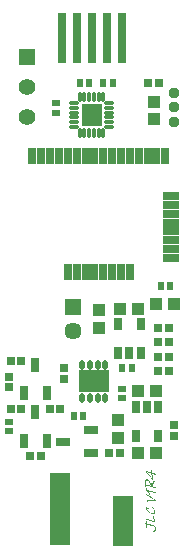
<source format=gts>
G04*
G04 #@! TF.GenerationSoftware,Altium Limited,Altium Designer,21.0.8 (223)*
G04*
G04 Layer_Color=8388736*
%FSLAX24Y24*%
%MOIN*%
G70*
G04*
G04 #@! TF.SameCoordinates,0C60853F-5807-4D95-8285-97C70BD38C20*
G04*
G04*
G04 #@! TF.FilePolarity,Negative*
G04*
G01*
G75*
%ADD37C,0.0375*%
%ADD38R,0.0671X0.1655*%
%ADD39R,0.0671X0.2442*%
%ADD40R,0.0316X0.0474*%
%ADD41R,0.0474X0.0316*%
%ADD42O,0.0316X0.0159*%
%ADD43O,0.0159X0.0316*%
%ADD44R,0.0686X0.0749*%
%ADD45R,0.0297X0.0297*%
%ADD46R,0.0297X0.0297*%
%ADD47R,0.0395X0.0395*%
%ADD48R,0.0395X0.0395*%
%ADD49R,0.0297X0.0415*%
%ADD50R,0.0237X0.0277*%
%ADD51R,0.1025X0.0730*%
%ADD52O,0.0198X0.0316*%
%ADD53R,0.0277X0.0237*%
%ADD54R,0.0316X0.1655*%
%ADD55R,0.0277X0.0552*%
%ADD56R,0.0552X0.0277*%
%ADD57C,0.0552*%
%ADD58R,0.0552X0.0552*%
%ADD59R,0.0572X0.0572*%
%ADD60C,0.0572*%
%ADD61C,0.0237*%
G36*
X1991Y2477D02*
X1992Y2476D01*
X1993Y2476D01*
X1995Y2475D01*
X1997Y2474D01*
X2000Y2472D01*
X2002Y2469D01*
X2004Y2467D01*
X2006Y2463D01*
X2006Y2463D01*
X2007Y2461D01*
X2008Y2459D01*
X2008Y2456D01*
X2009Y2452D01*
X2010Y2447D01*
X2011Y2441D01*
X2012Y2435D01*
X2016Y2397D01*
X2017Y2386D01*
X2018D01*
X2019Y2386D01*
X2022Y2385D01*
X2025Y2384D01*
X2029Y2383D01*
X2033Y2382D01*
X2039Y2381D01*
X2044Y2380D01*
X2051Y2378D01*
X2058Y2377D01*
X2065Y2375D01*
X2072Y2374D01*
X2088Y2371D01*
X2104Y2369D01*
X2104D01*
X2104D01*
X2106Y2369D01*
X2107Y2369D01*
X2110Y2368D01*
X2114Y2367D01*
X2118Y2367D01*
X2122Y2366D01*
X2125Y2365D01*
X2127Y2365D01*
X2127Y2364D01*
X2128D01*
X2129Y2364D01*
X2130Y2363D01*
X2132Y2362D01*
X2134Y2361D01*
X2136Y2359D01*
X2138Y2356D01*
X2141Y2353D01*
X2141Y2353D01*
X2141Y2352D01*
X2142Y2350D01*
X2143Y2348D01*
X2144Y2345D01*
X2145Y2342D01*
X2146Y2339D01*
X2146Y2335D01*
Y2335D01*
X2146Y2333D01*
X2145Y2332D01*
X2144Y2331D01*
X2143Y2330D01*
X2142Y2329D01*
X2140Y2328D01*
X2138Y2328D01*
X2135Y2327D01*
X2131Y2327D01*
X2127D01*
X2123D01*
X2117Y2327D01*
X2111Y2328D01*
X2111D01*
X2110Y2328D01*
X2108Y2329D01*
X2105Y2330D01*
X2101Y2330D01*
X2097Y2331D01*
X2093Y2332D01*
X2087Y2333D01*
X2081Y2335D01*
X2074Y2336D01*
X2067Y2338D01*
X2059Y2340D01*
X2051Y2342D01*
X2042Y2345D01*
X2033Y2347D01*
X2023Y2350D01*
Y2349D01*
X2023Y2348D01*
X2024Y2347D01*
X2024Y2346D01*
X2024Y2344D01*
X2025Y2342D01*
X2025Y2340D01*
X2026Y2337D01*
X2027Y2334D01*
X2027Y2331D01*
X2028Y2327D01*
X2029Y2323D01*
X2030Y2318D01*
X2031Y2313D01*
Y2312D01*
X2032Y2311D01*
X2032Y2310D01*
X2032Y2308D01*
X2033Y2305D01*
X2033Y2302D01*
X2034Y2298D01*
X2035Y2295D01*
X2036Y2290D01*
X2037Y2286D01*
X2039Y2277D01*
X2041Y2267D01*
X2044Y2257D01*
Y2256D01*
X2044Y2256D01*
X2044Y2254D01*
X2044Y2253D01*
X2045Y2251D01*
X2046Y2248D01*
X2046Y2245D01*
X2047Y2242D01*
X2048Y2239D01*
X2049Y2235D01*
X2050Y2227D01*
X2052Y2218D01*
X2054Y2209D01*
X2056Y2200D01*
X2058Y2191D01*
X2060Y2183D01*
X2061Y2174D01*
X2062Y2171D01*
X2063Y2167D01*
X2063Y2164D01*
X2064Y2161D01*
X2064Y2159D01*
X2064Y2156D01*
X2065Y2155D01*
Y2153D01*
X2064Y2152D01*
X2064Y2150D01*
X2063Y2149D01*
X2062Y2147D01*
X2061Y2145D01*
X2058Y2143D01*
X2058Y2143D01*
X2057Y2142D01*
X2056Y2142D01*
X2054Y2141D01*
X2052Y2140D01*
X2050Y2140D01*
X2048D01*
X2045Y2141D01*
X2045D01*
X2044Y2141D01*
X2042Y2142D01*
X2041Y2143D01*
X2039Y2144D01*
X2037Y2146D01*
X2035Y2148D01*
X2032Y2151D01*
Y2151D01*
X2032Y2152D01*
X2031Y2152D01*
X2030Y2154D01*
X2029Y2155D01*
X2028Y2157D01*
X2026Y2160D01*
X2024Y2163D01*
X2021Y2167D01*
X2018Y2171D01*
X2014Y2176D01*
X2010Y2181D01*
X2005Y2187D01*
X2000Y2194D01*
X1994Y2202D01*
X1987Y2211D01*
X1987Y2211D01*
X1986Y2212D01*
X1984Y2214D01*
X1982Y2217D01*
X1979Y2220D01*
X1976Y2224D01*
X1973Y2229D01*
X1969Y2233D01*
X1965Y2238D01*
X1960Y2244D01*
X1951Y2255D01*
X1942Y2267D01*
X1933Y2279D01*
X1933Y2279D01*
X1932Y2281D01*
X1930Y2283D01*
X1928Y2285D01*
X1925Y2289D01*
X1922Y2293D01*
X1918Y2298D01*
X1913Y2304D01*
X1907Y2311D01*
X1901Y2319D01*
X1894Y2327D01*
X1886Y2337D01*
X1877Y2347D01*
X1868Y2358D01*
X1857Y2370D01*
X1846Y2383D01*
X1846Y2383D01*
X1845Y2384D01*
X1844Y2386D01*
X1842Y2387D01*
X1841Y2389D01*
X1839Y2391D01*
X1834Y2396D01*
X1830Y2402D01*
X1826Y2407D01*
X1824Y2409D01*
X1822Y2411D01*
X1821Y2412D01*
X1820Y2413D01*
X1820Y2414D01*
X1819Y2415D01*
X1817Y2416D01*
X1816Y2419D01*
X1811Y2423D01*
X1809Y2425D01*
X1807Y2427D01*
X1807Y2427D01*
X1806Y2428D01*
X1805Y2428D01*
X1804Y2429D01*
X1801Y2432D01*
X1799Y2434D01*
Y2435D01*
X1798Y2435D01*
X1798Y2436D01*
X1798Y2437D01*
X1797Y2440D01*
X1796Y2443D01*
Y2445D01*
X1797Y2446D01*
X1797Y2448D01*
X1798Y2450D01*
X1799Y2452D01*
X1801Y2454D01*
X1803Y2456D01*
X1803Y2457D01*
X1804Y2457D01*
X1806Y2458D01*
X1807Y2459D01*
X1810Y2460D01*
X1812Y2460D01*
X1815Y2460D01*
X1818Y2459D01*
X1819Y2459D01*
X1820Y2458D01*
X1821Y2458D01*
X1822Y2457D01*
X1824Y2455D01*
X1826Y2454D01*
X1826Y2453D01*
X1827Y2453D01*
X1828Y2452D01*
X1830Y2451D01*
X1832Y2449D01*
X1834Y2448D01*
X1840Y2446D01*
X1840D01*
X1841Y2445D01*
X1842Y2445D01*
X1844Y2444D01*
X1846Y2443D01*
X1850Y2442D01*
X1852Y2441D01*
X1855Y2440D01*
X1858Y2439D01*
X1861Y2438D01*
X1865Y2437D01*
X1868Y2435D01*
X1873Y2434D01*
X1877Y2432D01*
X1882Y2431D01*
X1887Y2429D01*
X1893Y2426D01*
X1899Y2424D01*
X1906Y2422D01*
X1913Y2420D01*
X1921Y2417D01*
X1929Y2414D01*
X1938Y2411D01*
X1947Y2408D01*
X1957Y2405D01*
X1967Y2401D01*
X1968D01*
X1968Y2401D01*
X1969Y2401D01*
X1971Y2400D01*
X1974Y2399D01*
X1978Y2398D01*
X1982Y2396D01*
X1986Y2395D01*
X1987Y2395D01*
X1989Y2394D01*
X1990Y2394D01*
X1990Y2393D01*
X1989Y2398D01*
Y2398D01*
X1988Y2399D01*
X1988Y2401D01*
X1988Y2403D01*
X1987Y2405D01*
X1987Y2408D01*
X1986Y2412D01*
X1985Y2416D01*
X1984Y2423D01*
X1983Y2432D01*
X1982Y2440D01*
X1981Y2444D01*
X1981Y2447D01*
X1981Y2447D01*
X1980Y2448D01*
X1979Y2449D01*
X1978Y2450D01*
X1977Y2451D01*
X1975Y2453D01*
X1975Y2453D01*
X1974Y2454D01*
X1973Y2455D01*
X1972Y2456D01*
X1971Y2458D01*
X1970Y2459D01*
X1969Y2461D01*
X1969Y2464D01*
Y2465D01*
X1969Y2466D01*
X1970Y2468D01*
X1971Y2470D01*
X1972Y2472D01*
X1974Y2473D01*
X1976Y2475D01*
X1977Y2475D01*
X1978Y2476D01*
X1979Y2476D01*
X1981Y2477D01*
X1983Y2478D01*
X1986D01*
X1988D01*
X1991Y2477D01*
D02*
G37*
G36*
X1852Y2169D02*
X1856Y2168D01*
X1861Y2167D01*
X1865Y2166D01*
X1866D01*
X1867Y2165D01*
X1868Y2165D01*
X1871Y2164D01*
X1873Y2163D01*
X1876Y2161D01*
X1880Y2160D01*
X1884Y2158D01*
X1887Y2155D01*
X1892Y2153D01*
X1896Y2150D01*
X1901Y2147D01*
X1905Y2143D01*
X1910Y2139D01*
X1914Y2135D01*
X1918Y2130D01*
X1919Y2130D01*
X1919Y2129D01*
X1920Y2128D01*
X1922Y2126D01*
X1924Y2123D01*
X1926Y2120D01*
X1929Y2117D01*
X1931Y2114D01*
X1934Y2109D01*
X1937Y2105D01*
X1940Y2100D01*
X1944Y2095D01*
X1947Y2089D01*
X1950Y2084D01*
X1956Y2071D01*
X1957Y2071D01*
X1957Y2070D01*
X1958Y2068D01*
X1959Y2065D01*
X1960Y2062D01*
X1962Y2058D01*
X1964Y2053D01*
X1966Y2048D01*
X1969Y2042D01*
X1972Y2035D01*
X1975Y2028D01*
X1978Y2020D01*
X1981Y2012D01*
X1984Y2002D01*
X1988Y1993D01*
X1991Y1983D01*
Y1983D01*
X1992Y1983D01*
X1992Y1982D01*
X1992Y1981D01*
X1993Y1978D01*
X1995Y1975D01*
X1996Y1971D01*
X1998Y1966D01*
X2000Y1961D01*
X2002Y1956D01*
Y1956D01*
X2002Y1956D01*
X2002Y1954D01*
X2003Y1952D01*
X2004Y1949D01*
X2005Y1947D01*
X2005Y1945D01*
X2005Y1945D01*
X2006Y1949D01*
X2007Y1953D01*
X2008Y1958D01*
X2010Y1963D01*
X2011Y1969D01*
X2013Y1976D01*
X2015Y1983D01*
X2017Y1990D01*
X2020Y1998D01*
X2022Y2006D01*
X2024Y2015D01*
X2030Y2032D01*
X2033Y2040D01*
X2033Y2040D01*
X2033Y2042D01*
X2034Y2044D01*
X2035Y2047D01*
X2036Y2051D01*
X2038Y2055D01*
X2040Y2060D01*
X2041Y2065D01*
X2045Y2076D01*
X2049Y2087D01*
X2051Y2092D01*
X2053Y2098D01*
X2055Y2103D01*
X2057Y2107D01*
Y2107D01*
X2057Y2108D01*
X2058Y2109D01*
X2059Y2111D01*
X2060Y2114D01*
X2063Y2118D01*
X2065Y2122D01*
X2067Y2124D01*
X2068Y2125D01*
X2070Y2126D01*
X2072Y2127D01*
X2073Y2127D01*
X2075Y2127D01*
X2075D01*
X2076Y2126D01*
X2078Y2126D01*
X2080Y2125D01*
X2082Y2123D01*
X2085Y2121D01*
X2088Y2119D01*
X2092Y2116D01*
X2092Y2116D01*
X2093Y2114D01*
X2095Y2113D01*
X2096Y2110D01*
X2098Y2108D01*
X2100Y2105D01*
X2101Y2102D01*
X2101Y2099D01*
Y2097D01*
X2101Y2096D01*
X2100Y2092D01*
X2099Y2089D01*
Y2089D01*
X2099Y2088D01*
X2098Y2087D01*
X2098Y2086D01*
X2097Y2084D01*
X2095Y2082D01*
X2094Y2080D01*
X2092Y2077D01*
X2092Y2076D01*
X2091Y2076D01*
X2090Y2074D01*
X2089Y2073D01*
X2088Y2070D01*
X2086Y2067D01*
X2084Y2064D01*
X2082Y2060D01*
X2079Y2056D01*
X2077Y2051D01*
X2074Y2046D01*
X2071Y2040D01*
X2068Y2034D01*
X2065Y2028D01*
X2062Y2021D01*
X2059Y2013D01*
Y2013D01*
X2059Y2012D01*
X2059Y2011D01*
X2058Y2010D01*
X2058Y2008D01*
X2057Y2005D01*
X2056Y2003D01*
X2055Y2000D01*
X2054Y1997D01*
X2053Y1994D01*
X2050Y1986D01*
X2047Y1978D01*
X2045Y1969D01*
Y1968D01*
X2044Y1968D01*
X2044Y1966D01*
X2043Y1965D01*
X2043Y1962D01*
X2042Y1960D01*
X2040Y1955D01*
X2038Y1949D01*
X2036Y1943D01*
X2035Y1938D01*
X2034Y1935D01*
X2033Y1933D01*
X2089Y1918D01*
X2089Y1917D01*
X2091Y1917D01*
X2093Y1916D01*
X2096Y1916D01*
X2099Y1915D01*
X2103Y1915D01*
X2106Y1914D01*
X2110Y1914D01*
X2110D01*
X2111D01*
X2112D01*
X2114D01*
X2118Y1913D01*
X2119Y1913D01*
X2121Y1913D01*
X2121D01*
X2122Y1912D01*
X2124Y1912D01*
X2125Y1910D01*
X2127Y1909D01*
X2129Y1907D01*
X2131Y1905D01*
X2133Y1902D01*
X2133Y1901D01*
X2134Y1900D01*
X2135Y1899D01*
X2135Y1897D01*
X2136Y1894D01*
X2137Y1892D01*
X2138Y1889D01*
X2138Y1886D01*
Y1886D01*
X2138Y1885D01*
X2137Y1883D01*
X2136Y1881D01*
X2135Y1879D01*
X2132Y1878D01*
X2130Y1877D01*
X2129Y1877D01*
X2126D01*
X2124Y1877D01*
X2124D01*
X2123Y1878D01*
X2122D01*
X2121Y1878D01*
X2120Y1878D01*
X2118Y1879D01*
X2116Y1879D01*
X2115D01*
X2114Y1879D01*
X2113Y1880D01*
X2110Y1880D01*
X2107Y1881D01*
X2103Y1882D01*
X2099Y1884D01*
X2094Y1885D01*
X2094Y1886D01*
X2092Y1886D01*
X2091Y1886D01*
X2090Y1887D01*
X2088Y1887D01*
X2086Y1888D01*
X2084Y1888D01*
X2081Y1889D01*
X2078Y1890D01*
X2075Y1891D01*
X2071Y1892D01*
X2067Y1894D01*
X2062Y1895D01*
X2057Y1896D01*
X2056D01*
X2055Y1897D01*
X2053Y1897D01*
X2051Y1898D01*
X2048Y1899D01*
X2045Y1900D01*
X2038Y1902D01*
X2037D01*
X2036Y1902D01*
X2035Y1903D01*
X2033Y1903D01*
X2028Y1905D01*
X2026Y1906D01*
X2023Y1906D01*
X2023Y1906D01*
X2022Y1905D01*
X2021Y1904D01*
X2021Y1904D01*
X2019Y1903D01*
X2017Y1903D01*
X2014Y1902D01*
X2014D01*
X2014D01*
X2013D01*
X2012Y1903D01*
X2009Y1903D01*
X2005Y1903D01*
X2005D01*
X2004Y1903D01*
X2003D01*
X2002Y1904D01*
X1999Y1904D01*
X1997Y1905D01*
X1997D01*
X1996Y1905D01*
X1995Y1906D01*
X1994Y1906D01*
X1991Y1908D01*
X1989Y1910D01*
Y1910D01*
X1988Y1911D01*
X1987Y1912D01*
X1986Y1914D01*
X1985Y1916D01*
X1985D01*
X1984Y1917D01*
X1982Y1917D01*
X1980Y1918D01*
X1978Y1919D01*
X1975Y1919D01*
X1971Y1921D01*
X1967Y1922D01*
X1963Y1923D01*
X1958Y1925D01*
X1953Y1926D01*
X1948Y1928D01*
X1937Y1932D01*
X1926Y1935D01*
X1914Y1939D01*
X1903Y1942D01*
X1892Y1946D01*
X1882Y1949D01*
X1877Y1951D01*
X1872Y1952D01*
X1868Y1954D01*
X1865Y1955D01*
X1861Y1956D01*
X1858Y1957D01*
X1856Y1958D01*
X1854Y1958D01*
X1854D01*
X1853Y1959D01*
X1852Y1959D01*
X1851Y1959D01*
X1849Y1960D01*
X1845Y1961D01*
X1840Y1963D01*
X1836Y1964D01*
X1826Y1968D01*
X1826D01*
X1826Y1968D01*
X1824Y1969D01*
X1822Y1969D01*
X1820Y1970D01*
X1818Y1971D01*
X1816Y1972D01*
X1815Y1972D01*
Y1972D01*
X1815Y1971D01*
X1815Y1970D01*
X1815Y1969D01*
X1816Y1967D01*
X1816Y1966D01*
X1816Y1963D01*
X1816Y1961D01*
Y1960D01*
X1817Y1959D01*
Y1958D01*
X1817Y1956D01*
X1818Y1952D01*
X1818Y1949D01*
X1819Y1945D01*
X1819Y1942D01*
X1820Y1939D01*
Y1938D01*
X1820Y1937D01*
X1821Y1935D01*
X1821Y1933D01*
X1822Y1930D01*
X1822Y1927D01*
X1823Y1924D01*
X1824Y1920D01*
X1826Y1912D01*
X1829Y1903D01*
X1831Y1895D01*
X1832Y1891D01*
X1833Y1888D01*
Y1888D01*
X1834Y1887D01*
X1834Y1886D01*
X1834Y1885D01*
X1835Y1883D01*
X1836Y1882D01*
X1837Y1877D01*
X1839Y1872D01*
X1842Y1866D01*
X1844Y1860D01*
X1847Y1854D01*
Y1853D01*
X1848Y1853D01*
X1848Y1852D01*
X1849Y1850D01*
X1851Y1847D01*
X1852Y1843D01*
Y1843D01*
X1852Y1842D01*
X1853Y1841D01*
X1853Y1840D01*
X1854Y1837D01*
X1854Y1833D01*
Y1832D01*
X1854Y1831D01*
X1853Y1830D01*
X1853Y1828D01*
X1852Y1827D01*
X1851Y1826D01*
X1850Y1825D01*
X1850Y1825D01*
X1852Y1823D01*
X1855Y1820D01*
X1857Y1818D01*
X1858D01*
X1859Y1817D01*
X1861Y1817D01*
X1864Y1817D01*
X1867Y1816D01*
X1871Y1815D01*
X1874Y1814D01*
X1879Y1813D01*
X1879D01*
X1880Y1813D01*
X1882Y1812D01*
X1884Y1812D01*
X1887Y1811D01*
X1892Y1809D01*
X1896Y1808D01*
X1902Y1806D01*
X1909Y1805D01*
X1916Y1802D01*
X1925Y1800D01*
X1935Y1797D01*
X1940Y1796D01*
X1946Y1794D01*
X1951Y1793D01*
X1957Y1791D01*
X1964Y1790D01*
X1970Y1788D01*
X1977Y1786D01*
X1984Y1784D01*
X1985D01*
X1985Y1784D01*
X1986Y1784D01*
X1988Y1783D01*
X1990Y1783D01*
X1992Y1782D01*
X1994Y1782D01*
X1997Y1781D01*
X2003Y1779D01*
X2011Y1777D01*
X2018Y1775D01*
X2027Y1773D01*
X2035Y1771D01*
X2044Y1769D01*
X2053Y1767D01*
X2061Y1765D01*
X2069Y1763D01*
X2077Y1761D01*
X2083Y1760D01*
X2086Y1759D01*
X2088Y1758D01*
X2089D01*
X2090Y1758D01*
X2093Y1758D01*
X2095Y1758D01*
X2097Y1757D01*
X2099Y1757D01*
X2101Y1757D01*
X2104Y1756D01*
X2107Y1756D01*
X2111Y1756D01*
X2115Y1755D01*
X2118Y1755D01*
X2123Y1754D01*
X2123D01*
X2124D01*
X2125D01*
X2126Y1754D01*
X2128Y1754D01*
X2130D01*
X2133Y1753D01*
X2136Y1753D01*
X2136D01*
X2137Y1753D01*
X2139D01*
X2141Y1752D01*
X2142Y1752D01*
X2144Y1752D01*
X2145Y1751D01*
X2147Y1751D01*
X2147D01*
X2148Y1751D01*
X2149Y1750D01*
X2151Y1749D01*
X2153Y1747D01*
X2155Y1745D01*
X2157Y1742D01*
X2160Y1739D01*
X2160Y1739D01*
X2160Y1737D01*
X2162Y1736D01*
X2162Y1733D01*
X2163Y1731D01*
X2165Y1728D01*
X2165Y1724D01*
X2165Y1721D01*
Y1721D01*
X2165Y1720D01*
X2165Y1719D01*
X2164Y1717D01*
X2163Y1716D01*
X2161Y1714D01*
X2159Y1713D01*
X2156Y1712D01*
X2155D01*
X2154Y1712D01*
X2152D01*
X2149Y1712D01*
X2146D01*
X2142Y1712D01*
X2138Y1712D01*
X2133Y1713D01*
X2133D01*
X2133D01*
X2132Y1713D01*
X2131Y1714D01*
X2130D01*
X2128Y1714D01*
X2126Y1714D01*
X2124Y1715D01*
X2121Y1715D01*
X2119Y1716D01*
X2115Y1716D01*
X2112Y1717D01*
X2109Y1718D01*
X2104Y1719D01*
X2100Y1720D01*
X2096Y1721D01*
X2091Y1722D01*
X2086Y1723D01*
X2080Y1724D01*
X2074Y1726D01*
X2068Y1727D01*
X2062Y1729D01*
X2055Y1730D01*
X2048Y1732D01*
X2041Y1734D01*
X2033Y1736D01*
X2025Y1738D01*
X2017Y1740D01*
X2008Y1742D01*
X1999Y1745D01*
X1990Y1747D01*
X1981Y1750D01*
X1885Y1776D01*
X1886Y1776D01*
X1887Y1775D01*
X1889Y1772D01*
X1891Y1769D01*
X1894Y1766D01*
X1898Y1761D01*
X1902Y1756D01*
X1906Y1750D01*
X1911Y1744D01*
X1916Y1737D01*
X1921Y1729D01*
X1926Y1722D01*
X1931Y1713D01*
X1936Y1705D01*
X1946Y1687D01*
Y1687D01*
X1946Y1687D01*
X1947Y1685D01*
X1949Y1683D01*
X1950Y1680D01*
X1951Y1676D01*
X1952Y1673D01*
X1953Y1670D01*
X1954Y1668D01*
Y1666D01*
X1953Y1665D01*
X1953Y1664D01*
X1952Y1662D01*
X1952Y1661D01*
X1951Y1659D01*
X1949Y1658D01*
X1949D01*
X1948Y1658D01*
X1947Y1658D01*
X1946Y1657D01*
X1943Y1657D01*
X1942D01*
X1940Y1657D01*
X1940Y1658D01*
X1938Y1658D01*
X1937Y1659D01*
X1935Y1661D01*
X1932Y1663D01*
X1929Y1666D01*
X1928Y1668D01*
X1926Y1671D01*
X1925Y1673D01*
X1923Y1676D01*
X1923Y1676D01*
X1922Y1677D01*
X1921Y1679D01*
X1920Y1681D01*
X1919Y1683D01*
X1917Y1686D01*
X1915Y1690D01*
X1913Y1693D01*
X1911Y1697D01*
X1908Y1701D01*
X1903Y1710D01*
X1897Y1720D01*
X1890Y1729D01*
X1890Y1729D01*
X1890Y1730D01*
X1889Y1732D01*
X1887Y1734D01*
X1886Y1736D01*
X1884Y1739D01*
X1882Y1742D01*
X1879Y1746D01*
X1877Y1749D01*
X1874Y1754D01*
X1867Y1763D01*
X1860Y1773D01*
X1853Y1783D01*
X1849Y1786D01*
X1850Y1786D01*
X1843Y1788D01*
X1839Y1790D01*
X1838D01*
X1838Y1790D01*
X1837Y1791D01*
X1836Y1791D01*
X1833Y1793D01*
X1832Y1794D01*
X1831Y1796D01*
X1831Y1796D01*
X1830Y1797D01*
X1829Y1799D01*
X1829Y1800D01*
Y1800D01*
X1828Y1800D01*
X1828Y1802D01*
X1828Y1805D01*
X1827Y1808D01*
Y1810D01*
X1828Y1812D01*
X1828Y1814D01*
X1828Y1817D01*
X1829Y1820D01*
X1830Y1822D01*
X1831Y1825D01*
X1831Y1825D01*
X1832Y1826D01*
X1833Y1827D01*
X1834Y1827D01*
X1833Y1828D01*
X1831Y1829D01*
X1830Y1831D01*
X1828Y1833D01*
X1826Y1836D01*
X1824Y1840D01*
X1822Y1843D01*
X1820Y1847D01*
X1818Y1852D01*
X1815Y1858D01*
X1813Y1864D01*
X1813Y1865D01*
X1812Y1866D01*
X1812Y1868D01*
X1811Y1871D01*
X1810Y1874D01*
X1809Y1878D01*
X1807Y1882D01*
X1806Y1887D01*
X1804Y1892D01*
X1803Y1898D01*
X1801Y1904D01*
X1799Y1910D01*
X1796Y1924D01*
X1793Y1938D01*
Y1938D01*
X1793Y1939D01*
Y1940D01*
X1792Y1942D01*
X1792Y1944D01*
X1792Y1947D01*
X1791Y1950D01*
X1791Y1953D01*
X1790Y1956D01*
X1789Y1960D01*
X1789Y1965D01*
X1788Y1969D01*
X1788Y1975D01*
X1787Y1980D01*
X1786Y1986D01*
X1786Y1991D01*
Y1992D01*
X1786Y1993D01*
Y1994D01*
X1785Y1997D01*
X1785Y1999D01*
X1785Y2003D01*
X1785Y2007D01*
X1784Y2010D01*
X1784Y2015D01*
X1784Y2019D01*
X1783Y2029D01*
X1783Y2039D01*
Y2054D01*
X1783Y2057D01*
Y2061D01*
X1783Y2065D01*
X1783Y2070D01*
X1784Y2076D01*
X1785Y2081D01*
X1785Y2087D01*
X1787Y2100D01*
X1789Y2112D01*
X1791Y2118D01*
X1793Y2124D01*
Y2124D01*
X1793Y2125D01*
X1794Y2126D01*
X1795Y2128D01*
X1796Y2131D01*
X1797Y2134D01*
X1800Y2140D01*
X1804Y2146D01*
X1809Y2153D01*
X1812Y2156D01*
X1815Y2159D01*
X1818Y2161D01*
X1822Y2164D01*
X1822D01*
X1823Y2164D01*
X1824Y2165D01*
X1825Y2165D01*
X1827Y2166D01*
X1829Y2167D01*
X1832Y2167D01*
X1834Y2168D01*
X1837Y2168D01*
X1841Y2169D01*
X1844Y2169D01*
X1848D01*
X1852Y2169D01*
D02*
G37*
G36*
X1824Y1696D02*
X1824D01*
X1825Y1696D01*
X1825Y1695D01*
X1827Y1694D01*
X1828Y1693D01*
X1830Y1691D01*
X1832Y1688D01*
X1835Y1685D01*
X1835Y1684D01*
X1836Y1683D01*
X1837Y1681D01*
X1839Y1678D01*
X1842Y1675D01*
X1845Y1672D01*
X1848Y1669D01*
X1852Y1666D01*
X1853Y1665D01*
X1854Y1665D01*
X1854Y1664D01*
X1857Y1662D01*
X1861Y1659D01*
X1866Y1656D01*
X1871Y1651D01*
X1878Y1647D01*
X1886Y1642D01*
X1886Y1642D01*
X1887Y1641D01*
X1888Y1640D01*
X1890Y1639D01*
X1892Y1638D01*
X1895Y1636D01*
X1898Y1634D01*
X1902Y1632D01*
X1906Y1629D01*
X1911Y1626D01*
X1917Y1622D01*
X1923Y1619D01*
X1929Y1615D01*
X1936Y1610D01*
X1943Y1606D01*
X1952Y1601D01*
X2000Y1571D01*
X2000D01*
X2000Y1570D01*
X2002Y1570D01*
X2003Y1569D01*
X2005Y1568D01*
X2008Y1566D01*
X2010Y1565D01*
X2013Y1563D01*
X2016Y1561D01*
X2020Y1559D01*
X2028Y1554D01*
X2036Y1549D01*
X2046Y1544D01*
X2055Y1538D01*
X2065Y1532D01*
X2075Y1526D01*
X2085Y1521D01*
X2094Y1515D01*
X2103Y1511D01*
X2111Y1506D01*
X2119Y1502D01*
X2119Y1502D01*
X2120Y1502D01*
X2122Y1500D01*
X2124Y1499D01*
X2126Y1497D01*
X2128Y1495D01*
X2131Y1492D01*
X2133Y1488D01*
X2134Y1488D01*
X2135Y1487D01*
X2136Y1485D01*
X2137Y1482D01*
X2138Y1478D01*
X2139Y1475D01*
X2140Y1470D01*
X2140Y1465D01*
Y1464D01*
X2139Y1464D01*
X2139Y1463D01*
X2138Y1463D01*
X2136Y1462D01*
X2135Y1461D01*
X2132Y1461D01*
X2130Y1460D01*
X2126Y1459D01*
X2122Y1458D01*
X2117Y1458D01*
X2112Y1457D01*
X2105Y1456D01*
X2098Y1455D01*
X2097D01*
X2096Y1455D01*
X2093D01*
X2090Y1455D01*
X2086Y1455D01*
X2081Y1454D01*
X2075Y1454D01*
X2068Y1453D01*
X2061Y1453D01*
X2052Y1452D01*
X2043Y1451D01*
X2034Y1450D01*
X2023Y1450D01*
X2012Y1449D01*
X2001Y1448D01*
X1988Y1447D01*
X1988D01*
X1987Y1447D01*
X1985Y1447D01*
X1983Y1446D01*
X1979Y1446D01*
X1976Y1446D01*
X1972Y1445D01*
X1967Y1444D01*
X1962Y1444D01*
X1957Y1443D01*
X1951Y1442D01*
X1946Y1441D01*
X1933Y1439D01*
X1921Y1437D01*
X1920D01*
X1919Y1437D01*
X1917Y1437D01*
X1915Y1436D01*
X1913Y1436D01*
X1910Y1435D01*
X1903Y1434D01*
X1896Y1432D01*
X1893Y1431D01*
X1890Y1431D01*
X1887Y1430D01*
X1885Y1429D01*
X1883Y1428D01*
X1882Y1427D01*
X1882Y1427D01*
X1881Y1426D01*
X1879Y1425D01*
X1877Y1424D01*
X1875Y1423D01*
X1872Y1423D01*
X1869D01*
X1866Y1424D01*
X1865D01*
X1865Y1424D01*
X1864Y1425D01*
X1862Y1426D01*
X1860Y1427D01*
X1858Y1429D01*
X1856Y1432D01*
X1854Y1435D01*
X1853Y1436D01*
X1852Y1437D01*
X1851Y1439D01*
X1850Y1441D01*
X1849Y1444D01*
X1848Y1447D01*
X1847Y1451D01*
X1846Y1454D01*
Y1456D01*
X1847Y1457D01*
X1848Y1460D01*
X1848Y1461D01*
X1849Y1462D01*
X1849Y1462D01*
X1851Y1463D01*
X1853Y1464D01*
X1857Y1466D01*
X1857Y1466D01*
X1858D01*
X1858Y1466D01*
X1860Y1467D01*
X1861Y1467D01*
X1863Y1467D01*
X1865Y1468D01*
X1868Y1469D01*
X1870Y1469D01*
X1874Y1470D01*
X1877Y1470D01*
X1881Y1471D01*
X1886Y1471D01*
X1891Y1472D01*
X1896Y1473D01*
X1896D01*
X1898Y1473D01*
X1899D01*
X1901Y1474D01*
X1904Y1474D01*
X1908Y1474D01*
X1911Y1475D01*
X1916Y1475D01*
X1920Y1476D01*
X1925Y1476D01*
X1931Y1477D01*
X1936Y1477D01*
X1948Y1478D01*
X1961Y1479D01*
X2060Y1484D01*
X2060D01*
X2062Y1485D01*
X2064Y1485D01*
X2066Y1485D01*
X2069Y1485D01*
X2072Y1486D01*
X2079Y1486D01*
X2086Y1487D01*
X2090D01*
X2093D01*
X2096Y1486D01*
X2096Y1486D01*
X2098Y1485D01*
X2099Y1485D01*
X2100Y1484D01*
X2101Y1484D01*
X2101D01*
X2100Y1485D01*
X2098Y1485D01*
X2096Y1486D01*
X2095Y1487D01*
X2092Y1488D01*
X2090Y1489D01*
X2087Y1490D01*
X2083Y1492D01*
X2079Y1494D01*
X2074Y1497D01*
X2069Y1500D01*
X2064Y1503D01*
X2063Y1503D01*
X2062Y1504D01*
X2060Y1505D01*
X2058Y1506D01*
X2055Y1508D01*
X2051Y1511D01*
X2047Y1513D01*
X2042Y1516D01*
X2036Y1519D01*
X2031Y1522D01*
X2024Y1526D01*
X2018Y1530D01*
X2011Y1534D01*
X2003Y1538D01*
X1996Y1543D01*
X1988Y1548D01*
X1988D01*
X1987Y1548D01*
X1986Y1548D01*
X1985Y1549D01*
X1984Y1550D01*
X1982Y1551D01*
X1978Y1554D01*
X1973Y1557D01*
X1967Y1560D01*
X1960Y1565D01*
X1953Y1569D01*
X1946Y1573D01*
X1938Y1578D01*
X1922Y1588D01*
X1914Y1593D01*
X1906Y1597D01*
X1899Y1602D01*
X1892Y1606D01*
X1892Y1606D01*
X1891Y1607D01*
X1889Y1608D01*
X1887Y1610D01*
X1884Y1612D01*
X1880Y1614D01*
X1877Y1616D01*
X1872Y1619D01*
X1863Y1625D01*
X1854Y1631D01*
X1845Y1638D01*
X1841Y1641D01*
X1837Y1644D01*
X1836Y1644D01*
X1836Y1645D01*
X1835Y1645D01*
X1834Y1646D01*
X1830Y1649D01*
X1826Y1653D01*
X1822Y1656D01*
X1818Y1660D01*
X1813Y1664D01*
X1810Y1668D01*
X1810Y1668D01*
X1809Y1669D01*
X1808Y1671D01*
X1806Y1674D01*
X1805Y1676D01*
X1804Y1680D01*
X1803Y1683D01*
X1803Y1686D01*
Y1687D01*
X1803Y1688D01*
X1804Y1689D01*
X1805Y1690D01*
X1806Y1692D01*
X1809Y1693D01*
X1812Y1694D01*
X1812Y1695D01*
X1813Y1695D01*
X1815Y1695D01*
X1816Y1696D01*
X1821Y1696D01*
X1822D01*
X1824Y1696D01*
D02*
G37*
G36*
X2023Y1247D02*
X2024Y1247D01*
X2026Y1247D01*
X2026D01*
X2027Y1246D01*
X2028Y1245D01*
X2030Y1244D01*
X2033Y1242D01*
X2036Y1239D01*
X2040Y1236D01*
X2045Y1231D01*
X2045Y1231D01*
X2046Y1230D01*
X2048Y1228D01*
X2050Y1226D01*
X2052Y1223D01*
X2055Y1220D01*
X2058Y1215D01*
X2062Y1211D01*
X2066Y1206D01*
X2070Y1200D01*
X2075Y1194D01*
X2079Y1188D01*
X2084Y1181D01*
X2089Y1174D01*
X2093Y1166D01*
X2098Y1158D01*
X2098Y1158D01*
X2099Y1156D01*
X2101Y1154D01*
X2102Y1151D01*
X2104Y1147D01*
X2106Y1143D01*
X2109Y1138D01*
X2111Y1132D01*
X2113Y1126D01*
X2116Y1119D01*
X2118Y1112D01*
X2119Y1105D01*
X2121Y1097D01*
X2122Y1090D01*
X2123Y1082D01*
X2124Y1074D01*
Y1072D01*
X2123Y1070D01*
Y1067D01*
X2123Y1064D01*
X2122Y1059D01*
X2121Y1055D01*
X2120Y1050D01*
X2119Y1045D01*
X2118Y1040D01*
X2115Y1034D01*
X2113Y1029D01*
X2110Y1024D01*
X2107Y1019D01*
X2103Y1015D01*
X2098Y1011D01*
X2098Y1011D01*
X2097Y1010D01*
X2096Y1009D01*
X2094Y1008D01*
X2091Y1007D01*
X2088Y1006D01*
X2084Y1004D01*
X2080Y1003D01*
X2075Y1002D01*
X2069Y1002D01*
X2063Y1002D01*
X2056D01*
X2049Y1002D01*
X2041Y1004D01*
X2033Y1006D01*
X2024Y1009D01*
X2024Y1009D01*
X2023Y1009D01*
X2021Y1010D01*
X2018Y1011D01*
X2015Y1012D01*
X2011Y1013D01*
X2007Y1015D01*
X2002Y1017D01*
X1997Y1020D01*
X1991Y1022D01*
X1985Y1025D01*
X1979Y1028D01*
X1972Y1032D01*
X1965Y1036D01*
X1958Y1040D01*
X1950Y1045D01*
X1949Y1045D01*
X1948Y1046D01*
X1946Y1047D01*
X1943Y1049D01*
X1940Y1051D01*
X1935Y1054D01*
X1931Y1057D01*
X1926Y1061D01*
X1920Y1064D01*
X1914Y1068D01*
X1902Y1077D01*
X1890Y1086D01*
X1879Y1096D01*
X1878Y1096D01*
X1877Y1097D01*
X1876Y1098D01*
X1874Y1100D01*
X1871Y1102D01*
X1868Y1105D01*
X1864Y1109D01*
X1860Y1112D01*
X1857Y1116D01*
X1852Y1120D01*
X1843Y1130D01*
X1835Y1140D01*
X1827Y1150D01*
X1826Y1150D01*
X1826Y1152D01*
X1825Y1153D01*
X1823Y1155D01*
X1822Y1158D01*
X1820Y1161D01*
X1818Y1164D01*
X1816Y1167D01*
X1812Y1175D01*
X1809Y1184D01*
X1807Y1188D01*
X1806Y1192D01*
X1806Y1197D01*
X1806Y1201D01*
Y1203D01*
X1806Y1205D01*
X1806Y1207D01*
X1806Y1209D01*
X1807Y1214D01*
X1809Y1218D01*
X1811Y1221D01*
X1812Y1223D01*
X1814Y1225D01*
X1816Y1227D01*
X1819Y1229D01*
X1822Y1230D01*
X1822D01*
X1822Y1231D01*
X1823Y1231D01*
X1824Y1232D01*
X1826Y1232D01*
X1828Y1232D01*
X1830Y1233D01*
X1833Y1233D01*
X1838Y1233D01*
X1845Y1233D01*
X1849Y1233D01*
X1852Y1232D01*
X1857Y1231D01*
X1861Y1230D01*
X1861D01*
X1862Y1229D01*
X1864Y1228D01*
X1866Y1227D01*
X1869Y1226D01*
X1872Y1224D01*
X1875Y1222D01*
X1878Y1220D01*
X1878Y1220D01*
X1880Y1219D01*
X1881Y1218D01*
X1884Y1216D01*
X1886Y1214D01*
X1889Y1212D01*
X1894Y1207D01*
X1894Y1207D01*
X1895Y1206D01*
X1896Y1205D01*
X1897Y1203D01*
X1899Y1201D01*
X1900Y1199D01*
X1901Y1197D01*
X1901Y1195D01*
Y1195D01*
X1901Y1194D01*
X1900Y1193D01*
X1900Y1192D01*
X1899Y1191D01*
X1897Y1190D01*
X1895D01*
X1892Y1190D01*
X1891Y1191D01*
X1890Y1191D01*
X1888Y1192D01*
X1885Y1194D01*
X1884Y1194D01*
X1884Y1195D01*
X1883Y1195D01*
X1882Y1196D01*
X1880Y1197D01*
X1877Y1199D01*
X1877Y1199D01*
X1875Y1199D01*
X1873Y1200D01*
X1871Y1200D01*
X1868Y1201D01*
X1864Y1202D01*
X1857Y1203D01*
X1856D01*
X1855D01*
X1854D01*
X1852Y1203D01*
X1850Y1202D01*
X1848Y1202D01*
X1846Y1200D01*
X1844Y1199D01*
X1844Y1199D01*
X1843Y1198D01*
X1843Y1197D01*
X1842Y1196D01*
X1841Y1195D01*
X1840Y1193D01*
X1840Y1191D01*
X1839Y1188D01*
Y1187D01*
X1840Y1185D01*
X1840Y1183D01*
X1841Y1180D01*
X1843Y1176D01*
X1845Y1172D01*
X1847Y1167D01*
X1851Y1162D01*
X1855Y1156D01*
X1860Y1149D01*
X1863Y1146D01*
X1866Y1142D01*
X1869Y1138D01*
X1873Y1134D01*
X1877Y1130D01*
X1881Y1126D01*
X1886Y1122D01*
X1891Y1118D01*
X1896Y1113D01*
X1902Y1109D01*
X1902Y1108D01*
X1903Y1108D01*
X1904Y1107D01*
X1906Y1105D01*
X1908Y1103D01*
X1911Y1101D01*
X1915Y1099D01*
X1919Y1096D01*
X1923Y1093D01*
X1927Y1090D01*
X1932Y1087D01*
X1937Y1084D01*
X1948Y1077D01*
X1960Y1070D01*
X1960Y1069D01*
X1961Y1069D01*
X1963Y1068D01*
X1965Y1067D01*
X1968Y1065D01*
X1972Y1063D01*
X1975Y1061D01*
X1980Y1059D01*
X1984Y1057D01*
X1989Y1054D01*
X2000Y1049D01*
X2011Y1045D01*
X2022Y1041D01*
X2022D01*
X2023Y1040D01*
X2024Y1040D01*
X2025Y1040D01*
X2027Y1039D01*
X2029Y1039D01*
X2034Y1038D01*
X2040Y1037D01*
X2046Y1036D01*
X2052Y1036D01*
X2058Y1036D01*
X2058D01*
X2059Y1037D01*
X2060D01*
X2061Y1037D01*
X2064Y1038D01*
X2067Y1039D01*
X2071Y1041D01*
X2076Y1043D01*
X2080Y1047D01*
X2084Y1051D01*
Y1051D01*
X2084Y1051D01*
X2085Y1053D01*
X2087Y1055D01*
X2088Y1059D01*
X2090Y1063D01*
X2092Y1069D01*
X2093Y1075D01*
X2093Y1082D01*
Y1086D01*
X2093Y1088D01*
X2093Y1091D01*
X2092Y1094D01*
X2092Y1099D01*
X2091Y1103D01*
X2091Y1108D01*
X2089Y1113D01*
X2088Y1118D01*
X2086Y1124D01*
X2085Y1129D01*
X2083Y1135D01*
X2080Y1141D01*
X2077Y1147D01*
X2077Y1148D01*
X2077Y1149D01*
X2076Y1151D01*
X2074Y1153D01*
X2073Y1156D01*
X2071Y1160D01*
X2069Y1164D01*
X2066Y1168D01*
X2064Y1173D01*
X2060Y1178D01*
X2057Y1184D01*
X2053Y1190D01*
X2045Y1202D01*
X2036Y1215D01*
X2036Y1216D01*
X2035Y1216D01*
X2035Y1217D01*
X2033Y1218D01*
X2031Y1220D01*
X2029Y1222D01*
X2025Y1226D01*
X2025Y1226D01*
X2024Y1227D01*
X2022Y1229D01*
X2020Y1231D01*
X2018Y1234D01*
X2016Y1236D01*
X2015Y1239D01*
X2015Y1241D01*
Y1242D01*
X2015Y1243D01*
Y1244D01*
X2016Y1246D01*
X2017Y1247D01*
X2018Y1247D01*
X2018Y1248D01*
X2020D01*
X2023Y1247D01*
D02*
G37*
G36*
X2064Y942D02*
X2065Y942D01*
X2068Y941D01*
X2070Y941D01*
X2075Y939D01*
X2075D01*
X2076Y939D01*
X2078Y938D01*
X2080Y937D01*
X2082Y935D01*
X2084Y933D01*
X2086Y931D01*
X2088Y928D01*
X2089Y928D01*
X2089Y927D01*
X2090Y925D01*
X2091Y922D01*
X2092Y920D01*
X2092Y917D01*
X2093Y914D01*
X2094Y910D01*
X2100Y829D01*
X2104Y771D01*
X2107Y741D01*
Y740D01*
X2106Y739D01*
X2106Y737D01*
X2105Y736D01*
X2104Y735D01*
X2103Y733D01*
X2100Y732D01*
X2100D01*
X2099Y732D01*
X2098Y732D01*
X2097Y732D01*
X2093D01*
X2091Y732D01*
X2088Y732D01*
X2088D01*
X2088Y733D01*
X2086Y733D01*
X2085Y734D01*
X2083Y736D01*
X2082Y737D01*
X2080Y738D01*
Y739D01*
X2080Y739D01*
X2079Y741D01*
X2078Y743D01*
X2077Y746D01*
Y746D01*
X2077Y747D01*
X2077D01*
X2076Y747D01*
X2074Y748D01*
X2072Y748D01*
X2069Y749D01*
X2065Y751D01*
X2060Y752D01*
X2055Y755D01*
X2051Y756D01*
X2047Y757D01*
X2044Y758D01*
X2039Y760D01*
X2035Y761D01*
X2030Y763D01*
X2025Y765D01*
X2019Y767D01*
X2014Y769D01*
X2007Y771D01*
X2001Y773D01*
X1994Y775D01*
X1987Y778D01*
X1979Y780D01*
X1971Y783D01*
X1963Y786D01*
X1962D01*
X1962Y786D01*
X1961Y787D01*
X1960Y787D01*
X1958Y788D01*
X1956Y788D01*
X1954Y789D01*
X1951Y790D01*
X1946Y791D01*
X1939Y794D01*
X1932Y796D01*
X1924Y798D01*
X1916Y801D01*
X1907Y803D01*
X1890Y808D01*
X1881Y811D01*
X1873Y813D01*
X1865Y815D01*
X1857Y816D01*
X1857D01*
X1856Y817D01*
X1854Y817D01*
X1851Y817D01*
X1849Y818D01*
X1845Y819D01*
X1838Y820D01*
X1831Y822D01*
X1827Y823D01*
X1824Y823D01*
X1821Y824D01*
X1819Y825D01*
X1817Y825D01*
X1816Y825D01*
X1816Y825D01*
X1815Y826D01*
X1813Y826D01*
X1811Y828D01*
X1809Y829D01*
X1807Y831D01*
X1804Y834D01*
X1803Y836D01*
X1802Y837D01*
X1802Y838D01*
X1801Y839D01*
X1800Y841D01*
X1799Y843D01*
X1798Y846D01*
X1798Y849D01*
X1798Y851D01*
Y852D01*
X1798Y853D01*
X1798Y854D01*
X1799Y855D01*
X1799Y856D01*
X1800Y858D01*
X1802Y858D01*
X1802D01*
X1803Y859D01*
X1803Y859D01*
X1804Y859D01*
X1806D01*
X1808D01*
X1812Y859D01*
X1812D01*
X1813D01*
X1814Y859D01*
X1815D01*
X1817Y858D01*
X1819Y858D01*
X1822Y858D01*
X1825Y857D01*
X1829Y856D01*
X1833Y855D01*
X1838Y854D01*
X1844Y853D01*
X1850Y852D01*
X1856Y850D01*
X1863Y848D01*
X1871Y846D01*
X1872D01*
X1873Y845D01*
X1876Y845D01*
X1879Y844D01*
X1883Y843D01*
X1887Y841D01*
X1893Y840D01*
X1899Y838D01*
X1905Y836D01*
X1912Y834D01*
X1919Y832D01*
X1927Y829D01*
X1935Y827D01*
X1943Y824D01*
X1960Y818D01*
X1960D01*
X1962Y818D01*
X1963Y817D01*
X1966Y816D01*
X1969Y815D01*
X1973Y814D01*
X1977Y812D01*
X1982Y811D01*
X1987Y809D01*
X1992Y807D01*
X1997Y805D01*
X2003Y803D01*
X2016Y799D01*
X2028Y794D01*
X2029D01*
X2030Y794D01*
X2032Y793D01*
X2034Y793D01*
X2036Y792D01*
X2040Y791D01*
X2043Y789D01*
X2047Y788D01*
X2054Y785D01*
X2062Y783D01*
X2065Y782D01*
X2068Y781D01*
X2071Y780D01*
X2074Y779D01*
Y779D01*
X2073Y780D01*
X2073Y782D01*
Y784D01*
X2073Y785D01*
Y787D01*
X2073Y789D01*
X2072Y791D01*
Y794D01*
X2072Y797D01*
Y799D01*
X2072Y800D01*
Y802D01*
X2071Y804D01*
X2071Y809D01*
X2071Y814D01*
X2070Y820D01*
X2070Y826D01*
X2070Y833D01*
Y834D01*
X2069Y835D01*
Y836D01*
X2069Y838D01*
X2069Y841D01*
X2068Y844D01*
X2068Y848D01*
X2067Y852D01*
X2067Y856D01*
X2066Y861D01*
X2065Y866D01*
X2064Y871D01*
X2062Y883D01*
X2060Y895D01*
Y895D01*
X2060Y897D01*
X2060Y898D01*
X2059Y900D01*
X2059Y903D01*
X2058Y906D01*
X2057Y912D01*
X2056Y919D01*
X2056Y922D01*
X2055Y925D01*
X2055Y928D01*
X2055Y930D01*
X2055Y932D01*
Y935D01*
X2055Y936D01*
X2055Y938D01*
X2056Y940D01*
X2058Y941D01*
X2059Y942D01*
X2061Y942D01*
X2062D01*
X2062D01*
X2064Y942D01*
D02*
G37*
G36*
X1823Y778D02*
X1824Y778D01*
X1825Y777D01*
X1826Y776D01*
X1828Y775D01*
X1831Y773D01*
X1833Y771D01*
X1836Y769D01*
X1838Y766D01*
X1839Y765D01*
X1839Y764D01*
X1840Y762D01*
X1842Y760D01*
X1843Y757D01*
X1845Y755D01*
X1846Y751D01*
X1847Y748D01*
Y748D01*
X1847Y747D01*
X1847Y746D01*
X1848Y743D01*
X1848Y741D01*
X1849Y738D01*
X1849Y734D01*
X1850Y731D01*
X1850Y726D01*
X1851Y722D01*
X1852Y713D01*
X1852Y702D01*
X1853Y692D01*
X1862Y690D01*
X1863D01*
X1863D01*
X1864Y690D01*
X1865Y690D01*
X1867Y689D01*
X1871Y689D01*
X1875Y688D01*
X1881Y687D01*
X1887Y685D01*
X1893Y684D01*
X1901Y682D01*
X1908Y681D01*
X1917Y679D01*
X1925Y677D01*
X1942Y673D01*
X1960Y669D01*
X1961D01*
X1962Y669D01*
X1965Y668D01*
X1968Y667D01*
X1972Y666D01*
X1977Y665D01*
X1983Y663D01*
X1989Y662D01*
X1996Y660D01*
X2002Y658D01*
X2010Y656D01*
X2017Y654D01*
X2033Y649D01*
X2049Y644D01*
X2050D01*
X2050Y644D01*
X2051Y643D01*
X2052Y643D01*
X2054Y642D01*
X2058Y640D01*
X2062Y639D01*
X2067Y637D01*
X2072Y634D01*
X2078Y631D01*
X2084Y628D01*
X2090Y625D01*
X2097Y621D01*
X2103Y617D01*
X2109Y613D01*
X2114Y608D01*
X2119Y603D01*
X2124Y598D01*
X2124Y598D01*
X2124Y597D01*
X2125Y595D01*
X2127Y593D01*
X2129Y590D01*
X2131Y587D01*
X2133Y583D01*
X2135Y579D01*
X2137Y573D01*
X2139Y568D01*
X2141Y562D01*
X2142Y556D01*
X2144Y548D01*
X2145Y541D01*
X2145Y533D01*
X2146Y525D01*
Y523D01*
X2145Y520D01*
Y518D01*
X2145Y515D01*
X2145Y511D01*
X2144Y507D01*
X2144Y503D01*
X2142Y498D01*
X2142Y493D01*
X2140Y488D01*
X2137Y477D01*
X2135Y471D01*
X2133Y465D01*
X2133Y465D01*
X2132Y464D01*
X2131Y462D01*
X2131Y460D01*
X2129Y457D01*
X2128Y454D01*
X2126Y451D01*
X2124Y447D01*
X2119Y439D01*
X2114Y430D01*
X2107Y422D01*
X2104Y417D01*
X2101Y414D01*
X2100Y413D01*
X2100Y413D01*
X2099Y412D01*
X2097Y411D01*
X2095Y409D01*
X2094Y408D01*
X2091Y406D01*
X2089Y404D01*
X2083Y402D01*
X2080Y400D01*
X2076Y399D01*
X2073Y399D01*
X2070Y399D01*
X2066Y399D01*
X2063Y400D01*
X2062Y400D01*
X2061Y401D01*
X2059Y401D01*
X2057Y403D01*
X2055Y405D01*
X2052Y407D01*
X2049Y410D01*
X2046Y413D01*
X2046Y414D01*
X2045Y415D01*
X2044Y417D01*
X2042Y420D01*
X2040Y423D01*
X2038Y427D01*
X2036Y431D01*
X2034Y435D01*
X2034Y436D01*
X2033Y437D01*
X2032Y439D01*
X2031Y441D01*
X2030Y447D01*
X2029Y449D01*
X2029Y452D01*
Y453D01*
X2029Y455D01*
X2029Y456D01*
X2030Y458D01*
X2031Y460D01*
X2032Y461D01*
X2034Y462D01*
X2035D01*
X2035Y462D01*
X2036D01*
X2037Y462D01*
X2040Y463D01*
X2042Y462D01*
X2042D01*
X2043Y462D01*
X2044Y461D01*
X2045Y461D01*
X2046Y459D01*
X2048Y458D01*
X2049Y456D01*
X2051Y453D01*
X2051Y453D01*
X2051Y452D01*
X2052Y450D01*
X2053Y449D01*
X2054Y445D01*
X2055Y444D01*
X2056Y443D01*
X2056Y443D01*
X2057Y442D01*
X2058Y441D01*
X2059Y440D01*
X2060D01*
X2061Y440D01*
X2063D01*
X2065Y440D01*
X2069Y441D01*
X2073Y443D01*
X2075Y444D01*
X2077Y446D01*
X2079Y448D01*
X2082Y450D01*
X2082Y450D01*
X2082Y450D01*
X2083Y451D01*
X2084Y452D01*
X2085Y454D01*
X2086Y455D01*
X2088Y457D01*
X2089Y459D01*
X2091Y462D01*
X2093Y465D01*
X2097Y471D01*
X2101Y479D01*
X2104Y487D01*
Y487D01*
X2105Y488D01*
X2105Y489D01*
X2106Y491D01*
X2107Y493D01*
X2107Y496D01*
X2108Y498D01*
X2109Y502D01*
X2111Y508D01*
X2112Y516D01*
X2113Y525D01*
X2114Y533D01*
Y538D01*
X2114Y540D01*
X2113Y545D01*
X2113Y550D01*
X2112Y555D01*
X2111Y560D01*
X2110Y565D01*
Y566D01*
X2110Y566D01*
X2109Y568D01*
X2108Y570D01*
X2106Y573D01*
X2104Y577D01*
X2101Y581D01*
X2097Y585D01*
X2092Y589D01*
X2092Y590D01*
X2091Y590D01*
X2091Y591D01*
X2089Y591D01*
X2088Y592D01*
X2086Y594D01*
X2084Y595D01*
X2081Y596D01*
X2079Y598D01*
X2075Y600D01*
X2072Y601D01*
X2068Y603D01*
X2064Y605D01*
X2059Y607D01*
X2054Y609D01*
X2049Y610D01*
X2049D01*
X2048Y611D01*
X2047Y611D01*
X2046Y611D01*
X2045Y612D01*
X2043Y612D01*
X2041Y613D01*
X2039Y613D01*
X2036Y614D01*
X2033Y615D01*
X2030Y616D01*
X2027Y617D01*
X2023Y618D01*
X2019Y619D01*
X2014Y621D01*
X2009Y622D01*
X2004Y623D01*
X1998Y625D01*
X1993Y626D01*
X1986Y628D01*
X1979Y630D01*
X1973Y631D01*
X1965Y633D01*
X1958Y635D01*
X1949Y637D01*
X1941Y639D01*
X1932Y641D01*
X1923Y643D01*
X1914Y645D01*
X1904Y647D01*
X1893Y649D01*
X1883Y651D01*
X1882D01*
X1881Y651D01*
X1879Y652D01*
X1876Y653D01*
X1873Y653D01*
X1870Y654D01*
X1863Y655D01*
X1863D01*
X1862Y655D01*
X1861Y656D01*
X1859Y656D01*
X1855Y657D01*
X1854Y657D01*
X1852Y658D01*
Y626D01*
X1852Y618D01*
Y607D01*
X1852Y605D01*
Y602D01*
X1852Y598D01*
X1851Y595D01*
X1851Y590D01*
X1851Y581D01*
X1850Y571D01*
X1849Y561D01*
X1848Y556D01*
X1848Y552D01*
Y552D01*
X1848Y551D01*
X1847Y549D01*
X1846Y547D01*
X1846Y545D01*
X1845Y544D01*
X1843Y542D01*
X1841Y540D01*
X1841Y540D01*
X1840Y539D01*
X1839Y539D01*
X1837Y539D01*
X1835Y538D01*
X1833D01*
X1830Y539D01*
X1827Y539D01*
X1827D01*
X1826Y540D01*
X1825Y540D01*
X1824Y541D01*
X1823Y542D01*
X1821Y543D01*
X1820Y545D01*
X1818Y547D01*
X1818Y547D01*
X1818Y547D01*
X1817Y548D01*
X1816Y550D01*
X1815Y554D01*
X1814Y556D01*
X1814Y558D01*
Y561D01*
X1814Y564D01*
Y567D01*
X1815Y571D01*
X1815Y575D01*
X1815Y580D01*
Y581D01*
X1816Y583D01*
X1816Y585D01*
X1816Y588D01*
X1816Y592D01*
X1817Y596D01*
X1817Y600D01*
X1817Y605D01*
X1818Y611D01*
X1818Y616D01*
X1818Y623D01*
X1818Y629D01*
Y636D01*
X1819Y651D01*
Y665D01*
X1818D01*
X1817Y665D01*
X1816D01*
X1814Y665D01*
X1812Y666D01*
X1810Y666D01*
X1805Y668D01*
X1804D01*
X1804Y669D01*
X1803Y669D01*
X1801Y670D01*
X1800Y672D01*
X1798Y674D01*
X1796Y676D01*
X1795Y678D01*
X1794Y679D01*
X1794Y680D01*
X1793Y681D01*
X1792Y683D01*
X1791Y686D01*
X1791Y688D01*
X1790Y691D01*
X1790Y693D01*
Y693D01*
X1790Y695D01*
X1790Y696D01*
X1791Y698D01*
X1792Y699D01*
X1794Y701D01*
X1797Y702D01*
X1801Y703D01*
X1801D01*
X1802D01*
X1803D01*
X1805Y702D01*
X1807Y702D01*
X1810Y702D01*
X1814Y701D01*
X1819Y701D01*
Y707D01*
X1818Y711D01*
Y716D01*
X1818Y721D01*
X1818Y726D01*
X1817Y731D01*
Y732D01*
X1817Y734D01*
X1816Y736D01*
X1816Y738D01*
X1816Y741D01*
X1815Y743D01*
X1815Y745D01*
X1815Y746D01*
Y747D01*
X1815Y749D01*
X1814Y751D01*
X1814Y754D01*
X1813Y758D01*
X1813Y761D01*
X1813Y763D01*
Y767D01*
X1813Y769D01*
X1814Y772D01*
X1815Y775D01*
Y776D01*
X1816Y776D01*
X1817Y777D01*
X1818Y778D01*
X1820Y778D01*
X1821D01*
X1823Y778D01*
D02*
G37*
%LPC*%
G36*
X1858Y2405D02*
X1858Y2404D01*
X1859Y2404D01*
X1860Y2403D01*
X1862Y2402D01*
X1863Y2401D01*
X1865Y2399D01*
X1868Y2397D01*
X1870Y2394D01*
X1873Y2391D01*
X1876Y2387D01*
X1880Y2383D01*
X1884Y2378D01*
X1889Y2373D01*
X1894Y2367D01*
X1894Y2366D01*
X1895Y2365D01*
X1896Y2363D01*
X1898Y2361D01*
X1901Y2358D01*
X1904Y2354D01*
X1907Y2350D01*
X1910Y2345D01*
X1914Y2340D01*
X1918Y2335D01*
X1926Y2323D01*
X1935Y2312D01*
X1943Y2299D01*
X1943Y2299D01*
X1944Y2298D01*
X1945Y2298D01*
X1946Y2297D01*
X1947Y2295D01*
X1948Y2293D01*
X1950Y2291D01*
X1952Y2289D01*
X1957Y2283D01*
X1962Y2277D01*
X1968Y2270D01*
X1974Y2263D01*
X1981Y2255D01*
X1987Y2246D01*
X2001Y2229D01*
X2008Y2220D01*
X2015Y2211D01*
X2021Y2203D01*
X2027Y2195D01*
X2020Y2222D01*
Y2222D01*
X2020Y2223D01*
X2020Y2224D01*
X2019Y2226D01*
X2019Y2229D01*
X2018Y2231D01*
X2017Y2237D01*
X2016Y2243D01*
X2015Y2249D01*
X2015Y2252D01*
X2014Y2254D01*
X2014Y2257D01*
X2013Y2259D01*
Y2259D01*
X2013Y2260D01*
X2013Y2262D01*
X2012Y2264D01*
X2012Y2267D01*
X2011Y2271D01*
X2010Y2275D01*
X2009Y2279D01*
X2008Y2284D01*
X2007Y2289D01*
X2006Y2295D01*
X2005Y2302D01*
X2003Y2308D01*
X2002Y2315D01*
X2001Y2322D01*
X2000Y2330D01*
X1994Y2358D01*
X1994D01*
X1994Y2358D01*
X1993D01*
X1992Y2358D01*
X1989Y2359D01*
X1986Y2360D01*
X1982Y2361D01*
X1978Y2362D01*
X1973Y2363D01*
X1969Y2365D01*
X1969D01*
X1968Y2365D01*
X1966Y2366D01*
X1964Y2367D01*
X1961Y2368D01*
X1958Y2369D01*
X1954Y2370D01*
X1949Y2372D01*
X1944Y2374D01*
X1939Y2375D01*
X1933Y2377D01*
X1927Y2379D01*
X1921Y2382D01*
X1914Y2384D01*
X1901Y2389D01*
X1900Y2389D01*
X1899Y2389D01*
X1897Y2390D01*
X1895Y2391D01*
X1892Y2392D01*
X1888Y2393D01*
X1881Y2396D01*
X1874Y2399D01*
X1870Y2400D01*
X1866Y2401D01*
X1863Y2402D01*
X1861Y2403D01*
X1859Y2404D01*
X1858Y2405D01*
D02*
G37*
G36*
X1815Y1973D02*
X1814D01*
Y1972D01*
X1815D01*
Y1973D01*
D02*
G37*
G36*
X1857Y2134D02*
X1853Y2134D01*
X1849Y2133D01*
X1845Y2132D01*
X1842Y2131D01*
X1840Y2129D01*
X1840D01*
X1839Y2129D01*
X1838Y2128D01*
X1836Y2125D01*
X1834Y2124D01*
X1833Y2122D01*
X1831Y2120D01*
X1830Y2118D01*
X1828Y2115D01*
X1827Y2112D01*
X1825Y2109D01*
X1823Y2105D01*
X1822Y2102D01*
X1820Y2097D01*
Y2097D01*
X1820Y2096D01*
X1819Y2095D01*
X1819Y2093D01*
X1818Y2091D01*
X1817Y2088D01*
X1817Y2084D01*
X1816Y2081D01*
X1815Y2076D01*
X1814Y2072D01*
X1814Y2067D01*
X1813Y2061D01*
X1813Y2055D01*
X1812Y2049D01*
X1812Y2042D01*
Y2015D01*
X1812Y2010D01*
Y2006D01*
X1812Y2004D01*
Y2003D01*
X1813D01*
X1813Y2003D01*
X1814Y2003D01*
X1815Y2002D01*
X1817Y2001D01*
X1820Y2000D01*
X1824Y1999D01*
X1824Y1998D01*
X1826Y1998D01*
X1828Y1997D01*
X1831Y1996D01*
X1835Y1994D01*
X1840Y1993D01*
X1845Y1991D01*
X1851Y1989D01*
X1923Y1966D01*
X1976Y1950D01*
X1976Y1950D01*
X1975Y1951D01*
X1975Y1952D01*
X1974Y1954D01*
X1974Y1956D01*
X1973Y1957D01*
X1972Y1959D01*
X1972Y1962D01*
Y1962D01*
X1972Y1962D01*
X1971Y1964D01*
X1970Y1966D01*
X1969Y1969D01*
X1968Y1973D01*
X1967Y1977D01*
X1966Y1981D01*
X1964Y1985D01*
Y1985D01*
X1964Y1986D01*
X1964Y1987D01*
X1963Y1988D01*
X1963Y1989D01*
X1962Y1991D01*
X1961Y1993D01*
X1960Y1996D01*
X1958Y2001D01*
X1955Y2008D01*
X1953Y2015D01*
X1949Y2023D01*
X1946Y2031D01*
X1942Y2039D01*
X1935Y2056D01*
X1930Y2064D01*
X1926Y2073D01*
X1922Y2080D01*
X1917Y2087D01*
X1917Y2088D01*
X1916Y2089D01*
X1915Y2091D01*
X1913Y2093D01*
X1911Y2096D01*
X1908Y2099D01*
X1906Y2103D01*
X1902Y2107D01*
X1899Y2111D01*
X1895Y2114D01*
X1890Y2118D01*
X1886Y2122D01*
X1881Y2125D01*
X1876Y2128D01*
X1871Y2131D01*
X1865Y2133D01*
X1865D01*
X1865Y2134D01*
X1863Y2134D01*
X1860Y2134D01*
X1857Y2134D01*
D02*
G37*
%LPD*%
D37*
X2756Y15059D02*
D03*
Y14567D02*
D03*
Y14075D02*
D03*
D38*
X1043Y787D02*
D03*
D39*
X-1043Y1181D02*
D03*
D40*
X-1870Y5984D02*
D03*
X-1496Y5039D02*
D03*
X-2244D02*
D03*
X-1870Y4409D02*
D03*
X-1496Y3465D02*
D03*
X-2244Y3465D02*
D03*
D41*
X-965Y3425D02*
D03*
X-20Y3799D02*
D03*
Y3051D02*
D03*
D42*
X591Y13917D02*
D03*
Y14075D02*
D03*
Y14232D02*
D03*
Y14390D02*
D03*
Y14547D02*
D03*
Y14705D02*
D03*
X-591D02*
D03*
Y14547D02*
D03*
Y14390D02*
D03*
Y14232D02*
D03*
Y14075D02*
D03*
Y13917D02*
D03*
D43*
X394Y14902D02*
D03*
X236D02*
D03*
X79D02*
D03*
X-79D02*
D03*
X-236D02*
D03*
X-394D02*
D03*
Y13720D02*
D03*
X-236D02*
D03*
X-79D02*
D03*
X79D02*
D03*
X236D02*
D03*
X394D02*
D03*
D44*
X0Y14311D02*
D03*
D45*
X-2343Y4528D02*
D03*
X-2697D02*
D03*
X-2343Y6102D02*
D03*
X-2697D02*
D03*
X2244Y15394D02*
D03*
X1890D02*
D03*
X-1043Y4528D02*
D03*
X-1398D02*
D03*
X-2047Y2953D02*
D03*
X-1693D02*
D03*
X2579Y5787D02*
D03*
X2224D02*
D03*
X2579Y7205D02*
D03*
X2224D02*
D03*
X591Y3051D02*
D03*
X945D02*
D03*
X2224Y6260D02*
D03*
X2579D02*
D03*
X2224Y6732D02*
D03*
X2579D02*
D03*
D46*
X-2756Y5591D02*
D03*
Y5236D02*
D03*
X2756Y3967D02*
D03*
Y3612D02*
D03*
X-906Y5512D02*
D03*
Y5866D02*
D03*
D47*
X2067Y14173D02*
D03*
Y14764D02*
D03*
X965Y7835D02*
D03*
X1555D02*
D03*
Y5118D02*
D03*
X2146D02*
D03*
X1555Y3051D02*
D03*
X2146D02*
D03*
X2165Y8012D02*
D03*
X2756D02*
D03*
D48*
X866Y4154D02*
D03*
Y3563D02*
D03*
X236Y7815D02*
D03*
Y7224D02*
D03*
D49*
X886Y6368D02*
D03*
X1260D02*
D03*
X1634D02*
D03*
Y7333D02*
D03*
X886D02*
D03*
X2224Y4577D02*
D03*
X1850D02*
D03*
X1476D02*
D03*
Y3612D02*
D03*
X2224D02*
D03*
D50*
X1024Y5866D02*
D03*
X1339D02*
D03*
X-591Y4291D02*
D03*
X-276D02*
D03*
X394Y15394D02*
D03*
X709D02*
D03*
X-79D02*
D03*
X-394D02*
D03*
X2618Y8602D02*
D03*
X2303D02*
D03*
D51*
X79Y5433D02*
D03*
D52*
X463Y4882D02*
D03*
X207D02*
D03*
X-49D02*
D03*
X-305D02*
D03*
Y5984D02*
D03*
X-49D02*
D03*
X207D02*
D03*
X463D02*
D03*
D53*
X-2756Y3780D02*
D03*
Y4094D02*
D03*
X1024Y5197D02*
D03*
Y4882D02*
D03*
X-1181Y14705D02*
D03*
Y14390D02*
D03*
D54*
X500Y16890D02*
D03*
X1000D02*
D03*
X-1000D02*
D03*
X-500D02*
D03*
X0D02*
D03*
D55*
X-787Y9094D02*
D03*
X1280D02*
D03*
X689D02*
D03*
X984D02*
D03*
X-492D02*
D03*
X98D02*
D03*
X-197D02*
D03*
X394D02*
D03*
X-1083Y12953D02*
D03*
X-1673D02*
D03*
X-1378D02*
D03*
X-1968D02*
D03*
X394D02*
D03*
X-197D02*
D03*
X98D02*
D03*
X-787D02*
D03*
X-492D02*
D03*
X984D02*
D03*
X689D02*
D03*
X1575D02*
D03*
X1280D02*
D03*
X1870D02*
D03*
X2165D02*
D03*
X2461D02*
D03*
D56*
X2638Y11614D02*
D03*
Y11319D02*
D03*
Y9547D02*
D03*
Y9843D02*
D03*
Y10138D02*
D03*
Y10433D02*
D03*
Y10728D02*
D03*
Y11024D02*
D03*
D57*
X-2165Y14232D02*
D03*
Y15232D02*
D03*
D58*
Y16232D02*
D03*
D59*
X-630Y7913D02*
D03*
D60*
Y7126D02*
D03*
D61*
X157Y14114D02*
D03*
X-157Y14508D02*
D03*
X157D02*
D03*
X-157Y14114D02*
D03*
X0Y14311D02*
D03*
M02*

</source>
